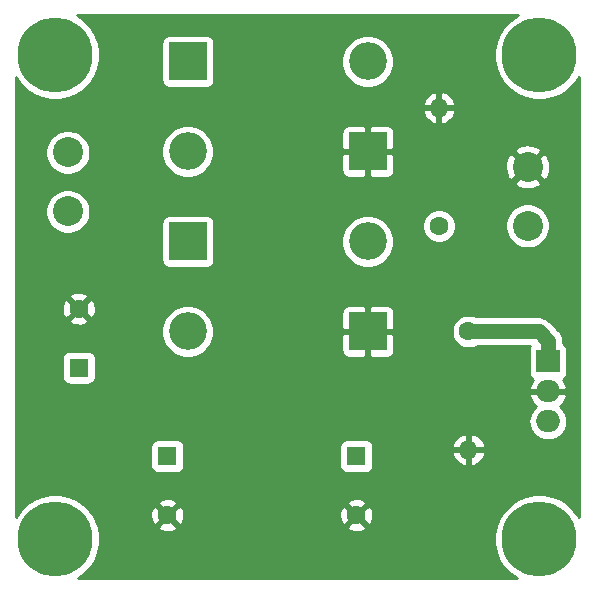
<source format=gbr>
G04 #@! TF.GenerationSoftware,KiCad,Pcbnew,(5.1.5)-3*
G04 #@! TF.CreationDate,2020-10-04T08:20:12-04:00*
G04 #@! TF.ProjectId,MHS-5200A_PwrSupply,4d48532d-3532-4303-9041-5f5077725375,rev?*
G04 #@! TF.SameCoordinates,Original*
G04 #@! TF.FileFunction,Copper,L2,Bot*
G04 #@! TF.FilePolarity,Positive*
%FSLAX46Y46*%
G04 Gerber Fmt 4.6, Leading zero omitted, Abs format (unit mm)*
G04 Created by KiCad (PCBNEW (5.1.5)-3) date 2020-10-04 08:20:12*
%MOMM*%
%LPD*%
G04 APERTURE LIST*
%ADD10R,1.600000X1.600000*%
%ADD11C,1.600000*%
%ADD12O,1.600000X1.600000*%
%ADD13R,3.200000X3.200000*%
%ADD14O,3.200000X3.200000*%
%ADD15C,2.540000*%
%ADD16R,2.000000X1.905000*%
%ADD17O,2.000000X1.905000*%
%ADD18C,6.350000*%
%ADD19C,1.270000*%
%ADD20C,0.254000*%
G04 APERTURE END LIST*
D10*
X6000000Y-30500000D03*
D11*
X6000000Y-25500000D03*
X13500000Y-43000000D03*
D10*
X13500000Y-38000000D03*
D11*
X39000000Y-27440000D03*
D12*
X39000000Y-37440000D03*
D10*
X29500000Y-38000000D03*
D11*
X29500000Y-43000000D03*
D12*
X36500000Y-8500000D03*
D11*
X36500000Y-18500000D03*
D13*
X30480000Y-27440000D03*
D14*
X15240000Y-27440000D03*
X15240000Y-12200000D03*
D13*
X30480000Y-12200000D03*
X15240000Y-19820000D03*
D14*
X30480000Y-19820000D03*
X30480000Y-4580000D03*
D13*
X15240000Y-4580000D03*
D15*
X5080000Y-17280000D03*
X5080000Y-12280000D03*
X44000000Y-18500000D03*
X44000000Y-13500000D03*
D16*
X45720000Y-29980000D03*
D17*
X45720000Y-32520000D03*
X45720000Y-35060000D03*
D18*
X4000000Y-4030000D03*
X45000000Y-4030000D03*
X4000000Y-45030000D03*
X45000000Y-45030000D03*
D19*
X44940000Y-27440000D02*
X39000000Y-27440000D01*
X45720000Y-29980000D02*
X45720000Y-28220000D01*
X45720000Y-28220000D02*
X44940000Y-27440000D01*
D20*
G36*
X42571267Y-1070580D02*
G01*
X42040580Y-1601267D01*
X41623622Y-2225288D01*
X41336416Y-2918664D01*
X41190000Y-3654748D01*
X41190000Y-4405252D01*
X41336416Y-5141336D01*
X41623622Y-5834712D01*
X42040580Y-6458733D01*
X42571267Y-6989420D01*
X43195288Y-7406378D01*
X43888664Y-7693584D01*
X44624748Y-7840000D01*
X45375252Y-7840000D01*
X46111336Y-7693584D01*
X46804712Y-7406378D01*
X47428733Y-6989420D01*
X47959420Y-6458733D01*
X48340001Y-5889154D01*
X48340000Y-43170845D01*
X47959420Y-42601267D01*
X47428733Y-42070580D01*
X46804712Y-41653622D01*
X46111336Y-41366416D01*
X45375252Y-41220000D01*
X44624748Y-41220000D01*
X43888664Y-41366416D01*
X43195288Y-41653622D01*
X42571267Y-42070580D01*
X42040580Y-42601267D01*
X41623622Y-43225288D01*
X41336416Y-43918664D01*
X41190000Y-44654748D01*
X41190000Y-45405252D01*
X41336416Y-46141336D01*
X41623622Y-46834712D01*
X42040580Y-47458733D01*
X42571267Y-47989420D01*
X43095946Y-48340000D01*
X5904054Y-48340000D01*
X6428733Y-47989420D01*
X6959420Y-47458733D01*
X7376378Y-46834712D01*
X7663584Y-46141336D01*
X7810000Y-45405252D01*
X7810000Y-44654748D01*
X7678312Y-43992702D01*
X12686903Y-43992702D01*
X12758486Y-44236671D01*
X13013996Y-44357571D01*
X13288184Y-44426300D01*
X13570512Y-44440217D01*
X13850130Y-44398787D01*
X14116292Y-44303603D01*
X14241514Y-44236671D01*
X14313097Y-43992702D01*
X28686903Y-43992702D01*
X28758486Y-44236671D01*
X29013996Y-44357571D01*
X29288184Y-44426300D01*
X29570512Y-44440217D01*
X29850130Y-44398787D01*
X30116292Y-44303603D01*
X30241514Y-44236671D01*
X30313097Y-43992702D01*
X29500000Y-43179605D01*
X28686903Y-43992702D01*
X14313097Y-43992702D01*
X13500000Y-43179605D01*
X12686903Y-43992702D01*
X7678312Y-43992702D01*
X7663584Y-43918664D01*
X7376378Y-43225288D01*
X7272960Y-43070512D01*
X12059783Y-43070512D01*
X12101213Y-43350130D01*
X12196397Y-43616292D01*
X12263329Y-43741514D01*
X12507298Y-43813097D01*
X13320395Y-43000000D01*
X13679605Y-43000000D01*
X14492702Y-43813097D01*
X14736671Y-43741514D01*
X14857571Y-43486004D01*
X14926300Y-43211816D01*
X14933265Y-43070512D01*
X28059783Y-43070512D01*
X28101213Y-43350130D01*
X28196397Y-43616292D01*
X28263329Y-43741514D01*
X28507298Y-43813097D01*
X29320395Y-43000000D01*
X29679605Y-43000000D01*
X30492702Y-43813097D01*
X30736671Y-43741514D01*
X30857571Y-43486004D01*
X30926300Y-43211816D01*
X30940217Y-42929488D01*
X30898787Y-42649870D01*
X30803603Y-42383708D01*
X30736671Y-42258486D01*
X30492702Y-42186903D01*
X29679605Y-43000000D01*
X29320395Y-43000000D01*
X28507298Y-42186903D01*
X28263329Y-42258486D01*
X28142429Y-42513996D01*
X28073700Y-42788184D01*
X28059783Y-43070512D01*
X14933265Y-43070512D01*
X14940217Y-42929488D01*
X14898787Y-42649870D01*
X14803603Y-42383708D01*
X14736671Y-42258486D01*
X14492702Y-42186903D01*
X13679605Y-43000000D01*
X13320395Y-43000000D01*
X12507298Y-42186903D01*
X12263329Y-42258486D01*
X12142429Y-42513996D01*
X12073700Y-42788184D01*
X12059783Y-43070512D01*
X7272960Y-43070512D01*
X6959420Y-42601267D01*
X6428733Y-42070580D01*
X6334025Y-42007298D01*
X12686903Y-42007298D01*
X13500000Y-42820395D01*
X14313097Y-42007298D01*
X28686903Y-42007298D01*
X29500000Y-42820395D01*
X30313097Y-42007298D01*
X30241514Y-41763329D01*
X29986004Y-41642429D01*
X29711816Y-41573700D01*
X29429488Y-41559783D01*
X29149870Y-41601213D01*
X28883708Y-41696397D01*
X28758486Y-41763329D01*
X28686903Y-42007298D01*
X14313097Y-42007298D01*
X14241514Y-41763329D01*
X13986004Y-41642429D01*
X13711816Y-41573700D01*
X13429488Y-41559783D01*
X13149870Y-41601213D01*
X12883708Y-41696397D01*
X12758486Y-41763329D01*
X12686903Y-42007298D01*
X6334025Y-42007298D01*
X5804712Y-41653622D01*
X5111336Y-41366416D01*
X4375252Y-41220000D01*
X3624748Y-41220000D01*
X2888664Y-41366416D01*
X2195288Y-41653622D01*
X1571267Y-42070580D01*
X1040580Y-42601267D01*
X660000Y-43170845D01*
X660000Y-37200000D01*
X12061928Y-37200000D01*
X12061928Y-38800000D01*
X12074188Y-38924482D01*
X12110498Y-39044180D01*
X12169463Y-39154494D01*
X12248815Y-39251185D01*
X12345506Y-39330537D01*
X12455820Y-39389502D01*
X12575518Y-39425812D01*
X12700000Y-39438072D01*
X14300000Y-39438072D01*
X14424482Y-39425812D01*
X14544180Y-39389502D01*
X14654494Y-39330537D01*
X14751185Y-39251185D01*
X14830537Y-39154494D01*
X14889502Y-39044180D01*
X14925812Y-38924482D01*
X14938072Y-38800000D01*
X14938072Y-37200000D01*
X28061928Y-37200000D01*
X28061928Y-38800000D01*
X28074188Y-38924482D01*
X28110498Y-39044180D01*
X28169463Y-39154494D01*
X28248815Y-39251185D01*
X28345506Y-39330537D01*
X28455820Y-39389502D01*
X28575518Y-39425812D01*
X28700000Y-39438072D01*
X30300000Y-39438072D01*
X30424482Y-39425812D01*
X30544180Y-39389502D01*
X30654494Y-39330537D01*
X30751185Y-39251185D01*
X30830537Y-39154494D01*
X30889502Y-39044180D01*
X30925812Y-38924482D01*
X30938072Y-38800000D01*
X30938072Y-37789040D01*
X37608091Y-37789040D01*
X37702930Y-38053881D01*
X37847615Y-38295131D01*
X38036586Y-38503519D01*
X38262580Y-38671037D01*
X38516913Y-38791246D01*
X38650961Y-38831904D01*
X38873000Y-38709915D01*
X38873000Y-37567000D01*
X39127000Y-37567000D01*
X39127000Y-38709915D01*
X39349039Y-38831904D01*
X39483087Y-38791246D01*
X39737420Y-38671037D01*
X39963414Y-38503519D01*
X40152385Y-38295131D01*
X40297070Y-38053881D01*
X40391909Y-37789040D01*
X40270624Y-37567000D01*
X39127000Y-37567000D01*
X38873000Y-37567000D01*
X37729376Y-37567000D01*
X37608091Y-37789040D01*
X30938072Y-37789040D01*
X30938072Y-37200000D01*
X30927333Y-37090960D01*
X37608091Y-37090960D01*
X37729376Y-37313000D01*
X38873000Y-37313000D01*
X38873000Y-36170085D01*
X39127000Y-36170085D01*
X39127000Y-37313000D01*
X40270624Y-37313000D01*
X40391909Y-37090960D01*
X40297070Y-36826119D01*
X40152385Y-36584869D01*
X39963414Y-36376481D01*
X39737420Y-36208963D01*
X39483087Y-36088754D01*
X39349039Y-36048096D01*
X39127000Y-36170085D01*
X38873000Y-36170085D01*
X38650961Y-36048096D01*
X38516913Y-36088754D01*
X38262580Y-36208963D01*
X38036586Y-36376481D01*
X37847615Y-36584869D01*
X37702930Y-36826119D01*
X37608091Y-37090960D01*
X30927333Y-37090960D01*
X30925812Y-37075518D01*
X30889502Y-36955820D01*
X30830537Y-36845506D01*
X30751185Y-36748815D01*
X30654494Y-36669463D01*
X30544180Y-36610498D01*
X30424482Y-36574188D01*
X30300000Y-36561928D01*
X28700000Y-36561928D01*
X28575518Y-36574188D01*
X28455820Y-36610498D01*
X28345506Y-36669463D01*
X28248815Y-36748815D01*
X28169463Y-36845506D01*
X28110498Y-36955820D01*
X28074188Y-37075518D01*
X28061928Y-37200000D01*
X14938072Y-37200000D01*
X14925812Y-37075518D01*
X14889502Y-36955820D01*
X14830537Y-36845506D01*
X14751185Y-36748815D01*
X14654494Y-36669463D01*
X14544180Y-36610498D01*
X14424482Y-36574188D01*
X14300000Y-36561928D01*
X12700000Y-36561928D01*
X12575518Y-36574188D01*
X12455820Y-36610498D01*
X12345506Y-36669463D01*
X12248815Y-36748815D01*
X12169463Y-36845506D01*
X12110498Y-36955820D01*
X12074188Y-37075518D01*
X12061928Y-37200000D01*
X660000Y-37200000D01*
X660000Y-35060000D01*
X44077319Y-35060000D01*
X44107970Y-35371204D01*
X44198745Y-35670449D01*
X44346155Y-35946235D01*
X44544537Y-36187963D01*
X44786265Y-36386345D01*
X45062051Y-36533755D01*
X45361296Y-36624530D01*
X45594514Y-36647500D01*
X45845486Y-36647500D01*
X46078704Y-36624530D01*
X46377949Y-36533755D01*
X46653735Y-36386345D01*
X46895463Y-36187963D01*
X47093845Y-35946235D01*
X47241255Y-35670449D01*
X47332030Y-35371204D01*
X47362681Y-35060000D01*
X47332030Y-34748796D01*
X47241255Y-34449551D01*
X47093845Y-34173765D01*
X46895463Y-33932037D01*
X46716101Y-33784837D01*
X46901315Y-33629437D01*
X47095969Y-33386923D01*
X47239571Y-33111094D01*
X47310563Y-32892980D01*
X47190594Y-32647000D01*
X45847000Y-32647000D01*
X45847000Y-32667000D01*
X45593000Y-32667000D01*
X45593000Y-32647000D01*
X44249406Y-32647000D01*
X44129437Y-32892980D01*
X44200429Y-33111094D01*
X44344031Y-33386923D01*
X44538685Y-33629437D01*
X44723899Y-33784837D01*
X44544537Y-33932037D01*
X44346155Y-34173765D01*
X44198745Y-34449551D01*
X44107970Y-34748796D01*
X44077319Y-35060000D01*
X660000Y-35060000D01*
X660000Y-29700000D01*
X4561928Y-29700000D01*
X4561928Y-31300000D01*
X4574188Y-31424482D01*
X4610498Y-31544180D01*
X4669463Y-31654494D01*
X4748815Y-31751185D01*
X4845506Y-31830537D01*
X4955820Y-31889502D01*
X5075518Y-31925812D01*
X5200000Y-31938072D01*
X6800000Y-31938072D01*
X6924482Y-31925812D01*
X7044180Y-31889502D01*
X7154494Y-31830537D01*
X7251185Y-31751185D01*
X7330537Y-31654494D01*
X7389502Y-31544180D01*
X7425812Y-31424482D01*
X7438072Y-31300000D01*
X7438072Y-29700000D01*
X7425812Y-29575518D01*
X7389502Y-29455820D01*
X7330537Y-29345506D01*
X7251185Y-29248815D01*
X7154494Y-29169463D01*
X7044180Y-29110498D01*
X6924482Y-29074188D01*
X6800000Y-29061928D01*
X5200000Y-29061928D01*
X5075518Y-29074188D01*
X4955820Y-29110498D01*
X4845506Y-29169463D01*
X4748815Y-29248815D01*
X4669463Y-29345506D01*
X4610498Y-29455820D01*
X4574188Y-29575518D01*
X4561928Y-29700000D01*
X660000Y-29700000D01*
X660000Y-27219872D01*
X13005000Y-27219872D01*
X13005000Y-27660128D01*
X13090890Y-28091925D01*
X13259369Y-28498669D01*
X13503962Y-28864729D01*
X13815271Y-29176038D01*
X14181331Y-29420631D01*
X14588075Y-29589110D01*
X15019872Y-29675000D01*
X15460128Y-29675000D01*
X15891925Y-29589110D01*
X16298669Y-29420631D01*
X16664729Y-29176038D01*
X16800767Y-29040000D01*
X28241928Y-29040000D01*
X28254188Y-29164482D01*
X28290498Y-29284180D01*
X28349463Y-29394494D01*
X28428815Y-29491185D01*
X28525506Y-29570537D01*
X28635820Y-29629502D01*
X28755518Y-29665812D01*
X28880000Y-29678072D01*
X30194250Y-29675000D01*
X30353000Y-29516250D01*
X30353000Y-27567000D01*
X30607000Y-27567000D01*
X30607000Y-29516250D01*
X30765750Y-29675000D01*
X32080000Y-29678072D01*
X32204482Y-29665812D01*
X32324180Y-29629502D01*
X32434494Y-29570537D01*
X32531185Y-29491185D01*
X32610537Y-29394494D01*
X32669502Y-29284180D01*
X32705812Y-29164482D01*
X32718072Y-29040000D01*
X32715000Y-27725750D01*
X32556250Y-27567000D01*
X30607000Y-27567000D01*
X30353000Y-27567000D01*
X28403750Y-27567000D01*
X28245000Y-27725750D01*
X28241928Y-29040000D01*
X16800767Y-29040000D01*
X16976038Y-28864729D01*
X17220631Y-28498669D01*
X17389110Y-28091925D01*
X17475000Y-27660128D01*
X17475000Y-27219872D01*
X17389110Y-26788075D01*
X17220631Y-26381331D01*
X16976038Y-26015271D01*
X16800767Y-25840000D01*
X28241928Y-25840000D01*
X28245000Y-27154250D01*
X28403750Y-27313000D01*
X30353000Y-27313000D01*
X30353000Y-25363750D01*
X30607000Y-25363750D01*
X30607000Y-27313000D01*
X32556250Y-27313000D01*
X32570585Y-27298665D01*
X37565000Y-27298665D01*
X37565000Y-27581335D01*
X37620147Y-27858574D01*
X37728320Y-28119727D01*
X37885363Y-28354759D01*
X38085241Y-28554637D01*
X38320273Y-28711680D01*
X38581426Y-28819853D01*
X38858665Y-28875000D01*
X39141335Y-28875000D01*
X39418574Y-28819853D01*
X39679727Y-28711680D01*
X39682241Y-28710000D01*
X44169689Y-28710000D01*
X44130498Y-28783320D01*
X44094188Y-28903018D01*
X44081928Y-29027500D01*
X44081928Y-30932500D01*
X44094188Y-31056982D01*
X44130498Y-31176680D01*
X44189463Y-31286994D01*
X44268815Y-31383685D01*
X44365506Y-31463037D01*
X44457219Y-31512059D01*
X44344031Y-31653077D01*
X44200429Y-31928906D01*
X44129437Y-32147020D01*
X44249406Y-32393000D01*
X45593000Y-32393000D01*
X45593000Y-32373000D01*
X45847000Y-32373000D01*
X45847000Y-32393000D01*
X47190594Y-32393000D01*
X47310563Y-32147020D01*
X47239571Y-31928906D01*
X47095969Y-31653077D01*
X46982781Y-31512059D01*
X47074494Y-31463037D01*
X47171185Y-31383685D01*
X47250537Y-31286994D01*
X47309502Y-31176680D01*
X47345812Y-31056982D01*
X47358072Y-30932500D01*
X47358072Y-29027500D01*
X47345812Y-28903018D01*
X47309502Y-28783320D01*
X47250537Y-28673006D01*
X47171185Y-28576315D01*
X47074494Y-28496963D01*
X46990000Y-28451799D01*
X46990000Y-28282380D01*
X46996144Y-28220000D01*
X46971623Y-27971037D01*
X46899003Y-27731641D01*
X46876191Y-27688963D01*
X46781075Y-27511012D01*
X46622370Y-27317630D01*
X46573909Y-27277859D01*
X45882141Y-26586091D01*
X45842370Y-26537630D01*
X45648988Y-26378925D01*
X45428359Y-26260997D01*
X45188963Y-26188377D01*
X45002380Y-26170000D01*
X45002373Y-26170000D01*
X44940000Y-26163857D01*
X44877627Y-26170000D01*
X39682241Y-26170000D01*
X39679727Y-26168320D01*
X39418574Y-26060147D01*
X39141335Y-26005000D01*
X38858665Y-26005000D01*
X38581426Y-26060147D01*
X38320273Y-26168320D01*
X38085241Y-26325363D01*
X37885363Y-26525241D01*
X37728320Y-26760273D01*
X37620147Y-27021426D01*
X37565000Y-27298665D01*
X32570585Y-27298665D01*
X32715000Y-27154250D01*
X32718072Y-25840000D01*
X32705812Y-25715518D01*
X32669502Y-25595820D01*
X32610537Y-25485506D01*
X32531185Y-25388815D01*
X32434494Y-25309463D01*
X32324180Y-25250498D01*
X32204482Y-25214188D01*
X32080000Y-25201928D01*
X30765750Y-25205000D01*
X30607000Y-25363750D01*
X30353000Y-25363750D01*
X30194250Y-25205000D01*
X28880000Y-25201928D01*
X28755518Y-25214188D01*
X28635820Y-25250498D01*
X28525506Y-25309463D01*
X28428815Y-25388815D01*
X28349463Y-25485506D01*
X28290498Y-25595820D01*
X28254188Y-25715518D01*
X28241928Y-25840000D01*
X16800767Y-25840000D01*
X16664729Y-25703962D01*
X16298669Y-25459369D01*
X15891925Y-25290890D01*
X15460128Y-25205000D01*
X15019872Y-25205000D01*
X14588075Y-25290890D01*
X14181331Y-25459369D01*
X13815271Y-25703962D01*
X13503962Y-26015271D01*
X13259369Y-26381331D01*
X13090890Y-26788075D01*
X13005000Y-27219872D01*
X660000Y-27219872D01*
X660000Y-26492702D01*
X5186903Y-26492702D01*
X5258486Y-26736671D01*
X5513996Y-26857571D01*
X5788184Y-26926300D01*
X6070512Y-26940217D01*
X6350130Y-26898787D01*
X6616292Y-26803603D01*
X6741514Y-26736671D01*
X6813097Y-26492702D01*
X6000000Y-25679605D01*
X5186903Y-26492702D01*
X660000Y-26492702D01*
X660000Y-25570512D01*
X4559783Y-25570512D01*
X4601213Y-25850130D01*
X4696397Y-26116292D01*
X4763329Y-26241514D01*
X5007298Y-26313097D01*
X5820395Y-25500000D01*
X6179605Y-25500000D01*
X6992702Y-26313097D01*
X7236671Y-26241514D01*
X7357571Y-25986004D01*
X7426300Y-25711816D01*
X7440217Y-25429488D01*
X7398787Y-25149870D01*
X7303603Y-24883708D01*
X7236671Y-24758486D01*
X6992702Y-24686903D01*
X6179605Y-25500000D01*
X5820395Y-25500000D01*
X5007298Y-24686903D01*
X4763329Y-24758486D01*
X4642429Y-25013996D01*
X4573700Y-25288184D01*
X4559783Y-25570512D01*
X660000Y-25570512D01*
X660000Y-24507298D01*
X5186903Y-24507298D01*
X6000000Y-25320395D01*
X6813097Y-24507298D01*
X6741514Y-24263329D01*
X6486004Y-24142429D01*
X6211816Y-24073700D01*
X5929488Y-24059783D01*
X5649870Y-24101213D01*
X5383708Y-24196397D01*
X5258486Y-24263329D01*
X5186903Y-24507298D01*
X660000Y-24507298D01*
X660000Y-17092374D01*
X3175000Y-17092374D01*
X3175000Y-17467626D01*
X3248209Y-17835668D01*
X3391811Y-18182356D01*
X3600290Y-18494366D01*
X3865634Y-18759710D01*
X4177644Y-18968189D01*
X4524332Y-19111791D01*
X4892374Y-19185000D01*
X5267626Y-19185000D01*
X5635668Y-19111791D01*
X5982356Y-18968189D01*
X6294366Y-18759710D01*
X6559710Y-18494366D01*
X6743036Y-18220000D01*
X13001928Y-18220000D01*
X13001928Y-21420000D01*
X13014188Y-21544482D01*
X13050498Y-21664180D01*
X13109463Y-21774494D01*
X13188815Y-21871185D01*
X13285506Y-21950537D01*
X13395820Y-22009502D01*
X13515518Y-22045812D01*
X13640000Y-22058072D01*
X16840000Y-22058072D01*
X16964482Y-22045812D01*
X17084180Y-22009502D01*
X17194494Y-21950537D01*
X17291185Y-21871185D01*
X17370537Y-21774494D01*
X17429502Y-21664180D01*
X17465812Y-21544482D01*
X17478072Y-21420000D01*
X17478072Y-19599872D01*
X28245000Y-19599872D01*
X28245000Y-20040128D01*
X28330890Y-20471925D01*
X28499369Y-20878669D01*
X28743962Y-21244729D01*
X29055271Y-21556038D01*
X29421331Y-21800631D01*
X29828075Y-21969110D01*
X30259872Y-22055000D01*
X30700128Y-22055000D01*
X31131925Y-21969110D01*
X31538669Y-21800631D01*
X31904729Y-21556038D01*
X32216038Y-21244729D01*
X32460631Y-20878669D01*
X32629110Y-20471925D01*
X32715000Y-20040128D01*
X32715000Y-19599872D01*
X32629110Y-19168075D01*
X32460631Y-18761331D01*
X32216038Y-18395271D01*
X32179432Y-18358665D01*
X35065000Y-18358665D01*
X35065000Y-18641335D01*
X35120147Y-18918574D01*
X35228320Y-19179727D01*
X35385363Y-19414759D01*
X35585241Y-19614637D01*
X35820273Y-19771680D01*
X36081426Y-19879853D01*
X36358665Y-19935000D01*
X36641335Y-19935000D01*
X36918574Y-19879853D01*
X37179727Y-19771680D01*
X37414759Y-19614637D01*
X37614637Y-19414759D01*
X37771680Y-19179727D01*
X37879853Y-18918574D01*
X37935000Y-18641335D01*
X37935000Y-18358665D01*
X37925793Y-18312374D01*
X42095000Y-18312374D01*
X42095000Y-18687626D01*
X42168209Y-19055668D01*
X42311811Y-19402356D01*
X42520290Y-19714366D01*
X42785634Y-19979710D01*
X43097644Y-20188189D01*
X43444332Y-20331791D01*
X43812374Y-20405000D01*
X44187626Y-20405000D01*
X44555668Y-20331791D01*
X44902356Y-20188189D01*
X45214366Y-19979710D01*
X45479710Y-19714366D01*
X45688189Y-19402356D01*
X45831791Y-19055668D01*
X45905000Y-18687626D01*
X45905000Y-18312374D01*
X45831791Y-17944332D01*
X45688189Y-17597644D01*
X45479710Y-17285634D01*
X45214366Y-17020290D01*
X44902356Y-16811811D01*
X44555668Y-16668209D01*
X44187626Y-16595000D01*
X43812374Y-16595000D01*
X43444332Y-16668209D01*
X43097644Y-16811811D01*
X42785634Y-17020290D01*
X42520290Y-17285634D01*
X42311811Y-17597644D01*
X42168209Y-17944332D01*
X42095000Y-18312374D01*
X37925793Y-18312374D01*
X37879853Y-18081426D01*
X37771680Y-17820273D01*
X37614637Y-17585241D01*
X37414759Y-17385363D01*
X37179727Y-17228320D01*
X36918574Y-17120147D01*
X36641335Y-17065000D01*
X36358665Y-17065000D01*
X36081426Y-17120147D01*
X35820273Y-17228320D01*
X35585241Y-17385363D01*
X35385363Y-17585241D01*
X35228320Y-17820273D01*
X35120147Y-18081426D01*
X35065000Y-18358665D01*
X32179432Y-18358665D01*
X31904729Y-18083962D01*
X31538669Y-17839369D01*
X31131925Y-17670890D01*
X30700128Y-17585000D01*
X30259872Y-17585000D01*
X29828075Y-17670890D01*
X29421331Y-17839369D01*
X29055271Y-18083962D01*
X28743962Y-18395271D01*
X28499369Y-18761331D01*
X28330890Y-19168075D01*
X28245000Y-19599872D01*
X17478072Y-19599872D01*
X17478072Y-18220000D01*
X17465812Y-18095518D01*
X17429502Y-17975820D01*
X17370537Y-17865506D01*
X17291185Y-17768815D01*
X17194494Y-17689463D01*
X17084180Y-17630498D01*
X16964482Y-17594188D01*
X16840000Y-17581928D01*
X13640000Y-17581928D01*
X13515518Y-17594188D01*
X13395820Y-17630498D01*
X13285506Y-17689463D01*
X13188815Y-17768815D01*
X13109463Y-17865506D01*
X13050498Y-17975820D01*
X13014188Y-18095518D01*
X13001928Y-18220000D01*
X6743036Y-18220000D01*
X6768189Y-18182356D01*
X6911791Y-17835668D01*
X6985000Y-17467626D01*
X6985000Y-17092374D01*
X6911791Y-16724332D01*
X6768189Y-16377644D01*
X6559710Y-16065634D01*
X6294366Y-15800290D01*
X5982356Y-15591811D01*
X5635668Y-15448209D01*
X5267626Y-15375000D01*
X4892374Y-15375000D01*
X4524332Y-15448209D01*
X4177644Y-15591811D01*
X3865634Y-15800290D01*
X3600290Y-16065634D01*
X3391811Y-16377644D01*
X3248209Y-16724332D01*
X3175000Y-17092374D01*
X660000Y-17092374D01*
X660000Y-14827852D01*
X42851753Y-14827852D01*
X42980076Y-15119871D01*
X43315695Y-15287723D01*
X43677611Y-15386874D01*
X44051916Y-15413514D01*
X44424227Y-15366618D01*
X44780235Y-15247988D01*
X45019924Y-15119871D01*
X45148247Y-14827852D01*
X44000000Y-13679605D01*
X42851753Y-14827852D01*
X660000Y-14827852D01*
X660000Y-12092374D01*
X3175000Y-12092374D01*
X3175000Y-12467626D01*
X3248209Y-12835668D01*
X3391811Y-13182356D01*
X3600290Y-13494366D01*
X3865634Y-13759710D01*
X4177644Y-13968189D01*
X4524332Y-14111791D01*
X4892374Y-14185000D01*
X5267626Y-14185000D01*
X5635668Y-14111791D01*
X5982356Y-13968189D01*
X6294366Y-13759710D01*
X6559710Y-13494366D01*
X6768189Y-13182356D01*
X6911791Y-12835668D01*
X6985000Y-12467626D01*
X6985000Y-12092374D01*
X6962622Y-11979872D01*
X13005000Y-11979872D01*
X13005000Y-12420128D01*
X13090890Y-12851925D01*
X13259369Y-13258669D01*
X13503962Y-13624729D01*
X13815271Y-13936038D01*
X14181331Y-14180631D01*
X14588075Y-14349110D01*
X15019872Y-14435000D01*
X15460128Y-14435000D01*
X15891925Y-14349110D01*
X16298669Y-14180631D01*
X16664729Y-13936038D01*
X16800767Y-13800000D01*
X28241928Y-13800000D01*
X28254188Y-13924482D01*
X28290498Y-14044180D01*
X28349463Y-14154494D01*
X28428815Y-14251185D01*
X28525506Y-14330537D01*
X28635820Y-14389502D01*
X28755518Y-14425812D01*
X28880000Y-14438072D01*
X30194250Y-14435000D01*
X30353000Y-14276250D01*
X30353000Y-12327000D01*
X30607000Y-12327000D01*
X30607000Y-14276250D01*
X30765750Y-14435000D01*
X32080000Y-14438072D01*
X32204482Y-14425812D01*
X32324180Y-14389502D01*
X32434494Y-14330537D01*
X32531185Y-14251185D01*
X32610537Y-14154494D01*
X32669502Y-14044180D01*
X32705812Y-13924482D01*
X32718072Y-13800000D01*
X32717493Y-13551916D01*
X42086486Y-13551916D01*
X42133382Y-13924227D01*
X42252012Y-14280235D01*
X42380129Y-14519924D01*
X42672148Y-14648247D01*
X43820395Y-13500000D01*
X44179605Y-13500000D01*
X45327852Y-14648247D01*
X45619871Y-14519924D01*
X45787723Y-14184305D01*
X45886874Y-13822389D01*
X45913514Y-13448084D01*
X45866618Y-13075773D01*
X45747988Y-12719765D01*
X45619871Y-12480076D01*
X45327852Y-12351753D01*
X44179605Y-13500000D01*
X43820395Y-13500000D01*
X42672148Y-12351753D01*
X42380129Y-12480076D01*
X42212277Y-12815695D01*
X42113126Y-13177611D01*
X42086486Y-13551916D01*
X32717493Y-13551916D01*
X32715000Y-12485750D01*
X32556250Y-12327000D01*
X30607000Y-12327000D01*
X30353000Y-12327000D01*
X28403750Y-12327000D01*
X28245000Y-12485750D01*
X28241928Y-13800000D01*
X16800767Y-13800000D01*
X16976038Y-13624729D01*
X17220631Y-13258669D01*
X17389110Y-12851925D01*
X17475000Y-12420128D01*
X17475000Y-12172148D01*
X42851753Y-12172148D01*
X44000000Y-13320395D01*
X45148247Y-12172148D01*
X45019924Y-11880129D01*
X44684305Y-11712277D01*
X44322389Y-11613126D01*
X43948084Y-11586486D01*
X43575773Y-11633382D01*
X43219765Y-11752012D01*
X42980076Y-11880129D01*
X42851753Y-12172148D01*
X17475000Y-12172148D01*
X17475000Y-11979872D01*
X17389110Y-11548075D01*
X17220631Y-11141331D01*
X16976038Y-10775271D01*
X16800767Y-10600000D01*
X28241928Y-10600000D01*
X28245000Y-11914250D01*
X28403750Y-12073000D01*
X30353000Y-12073000D01*
X30353000Y-10123750D01*
X30607000Y-10123750D01*
X30607000Y-12073000D01*
X32556250Y-12073000D01*
X32715000Y-11914250D01*
X32718072Y-10600000D01*
X32705812Y-10475518D01*
X32669502Y-10355820D01*
X32610537Y-10245506D01*
X32531185Y-10148815D01*
X32434494Y-10069463D01*
X32324180Y-10010498D01*
X32204482Y-9974188D01*
X32080000Y-9961928D01*
X30765750Y-9965000D01*
X30607000Y-10123750D01*
X30353000Y-10123750D01*
X30194250Y-9965000D01*
X28880000Y-9961928D01*
X28755518Y-9974188D01*
X28635820Y-10010498D01*
X28525506Y-10069463D01*
X28428815Y-10148815D01*
X28349463Y-10245506D01*
X28290498Y-10355820D01*
X28254188Y-10475518D01*
X28241928Y-10600000D01*
X16800767Y-10600000D01*
X16664729Y-10463962D01*
X16298669Y-10219369D01*
X15891925Y-10050890D01*
X15460128Y-9965000D01*
X15019872Y-9965000D01*
X14588075Y-10050890D01*
X14181331Y-10219369D01*
X13815271Y-10463962D01*
X13503962Y-10775271D01*
X13259369Y-11141331D01*
X13090890Y-11548075D01*
X13005000Y-11979872D01*
X6962622Y-11979872D01*
X6911791Y-11724332D01*
X6768189Y-11377644D01*
X6559710Y-11065634D01*
X6294366Y-10800290D01*
X5982356Y-10591811D01*
X5635668Y-10448209D01*
X5267626Y-10375000D01*
X4892374Y-10375000D01*
X4524332Y-10448209D01*
X4177644Y-10591811D01*
X3865634Y-10800290D01*
X3600290Y-11065634D01*
X3391811Y-11377644D01*
X3248209Y-11724332D01*
X3175000Y-12092374D01*
X660000Y-12092374D01*
X660000Y-8849040D01*
X35108091Y-8849040D01*
X35202930Y-9113881D01*
X35347615Y-9355131D01*
X35536586Y-9563519D01*
X35762580Y-9731037D01*
X36016913Y-9851246D01*
X36150961Y-9891904D01*
X36373000Y-9769915D01*
X36373000Y-8627000D01*
X36627000Y-8627000D01*
X36627000Y-9769915D01*
X36849039Y-9891904D01*
X36983087Y-9851246D01*
X37237420Y-9731037D01*
X37463414Y-9563519D01*
X37652385Y-9355131D01*
X37797070Y-9113881D01*
X37891909Y-8849040D01*
X37770624Y-8627000D01*
X36627000Y-8627000D01*
X36373000Y-8627000D01*
X35229376Y-8627000D01*
X35108091Y-8849040D01*
X660000Y-8849040D01*
X660000Y-8150960D01*
X35108091Y-8150960D01*
X35229376Y-8373000D01*
X36373000Y-8373000D01*
X36373000Y-7230085D01*
X36627000Y-7230085D01*
X36627000Y-8373000D01*
X37770624Y-8373000D01*
X37891909Y-8150960D01*
X37797070Y-7886119D01*
X37652385Y-7644869D01*
X37463414Y-7436481D01*
X37237420Y-7268963D01*
X36983087Y-7148754D01*
X36849039Y-7108096D01*
X36627000Y-7230085D01*
X36373000Y-7230085D01*
X36150961Y-7108096D01*
X36016913Y-7148754D01*
X35762580Y-7268963D01*
X35536586Y-7436481D01*
X35347615Y-7644869D01*
X35202930Y-7886119D01*
X35108091Y-8150960D01*
X660000Y-8150960D01*
X660000Y-5889155D01*
X1040580Y-6458733D01*
X1571267Y-6989420D01*
X2195288Y-7406378D01*
X2888664Y-7693584D01*
X3624748Y-7840000D01*
X4375252Y-7840000D01*
X5111336Y-7693584D01*
X5804712Y-7406378D01*
X6428733Y-6989420D01*
X6959420Y-6458733D01*
X7376378Y-5834712D01*
X7663584Y-5141336D01*
X7810000Y-4405252D01*
X7810000Y-3654748D01*
X7675785Y-2980000D01*
X13001928Y-2980000D01*
X13001928Y-6180000D01*
X13014188Y-6304482D01*
X13050498Y-6424180D01*
X13109463Y-6534494D01*
X13188815Y-6631185D01*
X13285506Y-6710537D01*
X13395820Y-6769502D01*
X13515518Y-6805812D01*
X13640000Y-6818072D01*
X16840000Y-6818072D01*
X16964482Y-6805812D01*
X17084180Y-6769502D01*
X17194494Y-6710537D01*
X17291185Y-6631185D01*
X17370537Y-6534494D01*
X17429502Y-6424180D01*
X17465812Y-6304482D01*
X17478072Y-6180000D01*
X17478072Y-4359872D01*
X28245000Y-4359872D01*
X28245000Y-4800128D01*
X28330890Y-5231925D01*
X28499369Y-5638669D01*
X28743962Y-6004729D01*
X29055271Y-6316038D01*
X29421331Y-6560631D01*
X29828075Y-6729110D01*
X30259872Y-6815000D01*
X30700128Y-6815000D01*
X31131925Y-6729110D01*
X31538669Y-6560631D01*
X31904729Y-6316038D01*
X32216038Y-6004729D01*
X32460631Y-5638669D01*
X32629110Y-5231925D01*
X32715000Y-4800128D01*
X32715000Y-4359872D01*
X32629110Y-3928075D01*
X32460631Y-3521331D01*
X32216038Y-3155271D01*
X31904729Y-2843962D01*
X31538669Y-2599369D01*
X31131925Y-2430890D01*
X30700128Y-2345000D01*
X30259872Y-2345000D01*
X29828075Y-2430890D01*
X29421331Y-2599369D01*
X29055271Y-2843962D01*
X28743962Y-3155271D01*
X28499369Y-3521331D01*
X28330890Y-3928075D01*
X28245000Y-4359872D01*
X17478072Y-4359872D01*
X17478072Y-2980000D01*
X17465812Y-2855518D01*
X17429502Y-2735820D01*
X17370537Y-2625506D01*
X17291185Y-2528815D01*
X17194494Y-2449463D01*
X17084180Y-2390498D01*
X16964482Y-2354188D01*
X16840000Y-2341928D01*
X13640000Y-2341928D01*
X13515518Y-2354188D01*
X13395820Y-2390498D01*
X13285506Y-2449463D01*
X13188815Y-2528815D01*
X13109463Y-2625506D01*
X13050498Y-2735820D01*
X13014188Y-2855518D01*
X13001928Y-2980000D01*
X7675785Y-2980000D01*
X7663584Y-2918664D01*
X7376378Y-2225288D01*
X6959420Y-1601267D01*
X6428733Y-1070580D01*
X5814257Y-660000D01*
X43185743Y-660000D01*
X42571267Y-1070580D01*
G37*
X42571267Y-1070580D02*
X42040580Y-1601267D01*
X41623622Y-2225288D01*
X41336416Y-2918664D01*
X41190000Y-3654748D01*
X41190000Y-4405252D01*
X41336416Y-5141336D01*
X41623622Y-5834712D01*
X42040580Y-6458733D01*
X42571267Y-6989420D01*
X43195288Y-7406378D01*
X43888664Y-7693584D01*
X44624748Y-7840000D01*
X45375252Y-7840000D01*
X46111336Y-7693584D01*
X46804712Y-7406378D01*
X47428733Y-6989420D01*
X47959420Y-6458733D01*
X48340001Y-5889154D01*
X48340000Y-43170845D01*
X47959420Y-42601267D01*
X47428733Y-42070580D01*
X46804712Y-41653622D01*
X46111336Y-41366416D01*
X45375252Y-41220000D01*
X44624748Y-41220000D01*
X43888664Y-41366416D01*
X43195288Y-41653622D01*
X42571267Y-42070580D01*
X42040580Y-42601267D01*
X41623622Y-43225288D01*
X41336416Y-43918664D01*
X41190000Y-44654748D01*
X41190000Y-45405252D01*
X41336416Y-46141336D01*
X41623622Y-46834712D01*
X42040580Y-47458733D01*
X42571267Y-47989420D01*
X43095946Y-48340000D01*
X5904054Y-48340000D01*
X6428733Y-47989420D01*
X6959420Y-47458733D01*
X7376378Y-46834712D01*
X7663584Y-46141336D01*
X7810000Y-45405252D01*
X7810000Y-44654748D01*
X7678312Y-43992702D01*
X12686903Y-43992702D01*
X12758486Y-44236671D01*
X13013996Y-44357571D01*
X13288184Y-44426300D01*
X13570512Y-44440217D01*
X13850130Y-44398787D01*
X14116292Y-44303603D01*
X14241514Y-44236671D01*
X14313097Y-43992702D01*
X28686903Y-43992702D01*
X28758486Y-44236671D01*
X29013996Y-44357571D01*
X29288184Y-44426300D01*
X29570512Y-44440217D01*
X29850130Y-44398787D01*
X30116292Y-44303603D01*
X30241514Y-44236671D01*
X30313097Y-43992702D01*
X29500000Y-43179605D01*
X28686903Y-43992702D01*
X14313097Y-43992702D01*
X13500000Y-43179605D01*
X12686903Y-43992702D01*
X7678312Y-43992702D01*
X7663584Y-43918664D01*
X7376378Y-43225288D01*
X7272960Y-43070512D01*
X12059783Y-43070512D01*
X12101213Y-43350130D01*
X12196397Y-43616292D01*
X12263329Y-43741514D01*
X12507298Y-43813097D01*
X13320395Y-43000000D01*
X13679605Y-43000000D01*
X14492702Y-43813097D01*
X14736671Y-43741514D01*
X14857571Y-43486004D01*
X14926300Y-43211816D01*
X14933265Y-43070512D01*
X28059783Y-43070512D01*
X28101213Y-43350130D01*
X28196397Y-43616292D01*
X28263329Y-43741514D01*
X28507298Y-43813097D01*
X29320395Y-43000000D01*
X29679605Y-43000000D01*
X30492702Y-43813097D01*
X30736671Y-43741514D01*
X30857571Y-43486004D01*
X30926300Y-43211816D01*
X30940217Y-42929488D01*
X30898787Y-42649870D01*
X30803603Y-42383708D01*
X30736671Y-42258486D01*
X30492702Y-42186903D01*
X29679605Y-43000000D01*
X29320395Y-43000000D01*
X28507298Y-42186903D01*
X28263329Y-42258486D01*
X28142429Y-42513996D01*
X28073700Y-42788184D01*
X28059783Y-43070512D01*
X14933265Y-43070512D01*
X14940217Y-42929488D01*
X14898787Y-42649870D01*
X14803603Y-42383708D01*
X14736671Y-42258486D01*
X14492702Y-42186903D01*
X13679605Y-43000000D01*
X13320395Y-43000000D01*
X12507298Y-42186903D01*
X12263329Y-42258486D01*
X12142429Y-42513996D01*
X12073700Y-42788184D01*
X12059783Y-43070512D01*
X7272960Y-43070512D01*
X6959420Y-42601267D01*
X6428733Y-42070580D01*
X6334025Y-42007298D01*
X12686903Y-42007298D01*
X13500000Y-42820395D01*
X14313097Y-42007298D01*
X28686903Y-42007298D01*
X29500000Y-42820395D01*
X30313097Y-42007298D01*
X30241514Y-41763329D01*
X29986004Y-41642429D01*
X29711816Y-41573700D01*
X29429488Y-41559783D01*
X29149870Y-41601213D01*
X28883708Y-41696397D01*
X28758486Y-41763329D01*
X28686903Y-42007298D01*
X14313097Y-42007298D01*
X14241514Y-41763329D01*
X13986004Y-41642429D01*
X13711816Y-41573700D01*
X13429488Y-41559783D01*
X13149870Y-41601213D01*
X12883708Y-41696397D01*
X12758486Y-41763329D01*
X12686903Y-42007298D01*
X6334025Y-42007298D01*
X5804712Y-41653622D01*
X5111336Y-41366416D01*
X4375252Y-41220000D01*
X3624748Y-41220000D01*
X2888664Y-41366416D01*
X2195288Y-41653622D01*
X1571267Y-42070580D01*
X1040580Y-42601267D01*
X660000Y-43170845D01*
X660000Y-37200000D01*
X12061928Y-37200000D01*
X12061928Y-38800000D01*
X12074188Y-38924482D01*
X12110498Y-39044180D01*
X12169463Y-39154494D01*
X12248815Y-39251185D01*
X12345506Y-39330537D01*
X12455820Y-39389502D01*
X12575518Y-39425812D01*
X12700000Y-39438072D01*
X14300000Y-39438072D01*
X14424482Y-39425812D01*
X14544180Y-39389502D01*
X14654494Y-39330537D01*
X14751185Y-39251185D01*
X14830537Y-39154494D01*
X14889502Y-39044180D01*
X14925812Y-38924482D01*
X14938072Y-38800000D01*
X14938072Y-37200000D01*
X28061928Y-37200000D01*
X28061928Y-38800000D01*
X28074188Y-38924482D01*
X28110498Y-39044180D01*
X28169463Y-39154494D01*
X28248815Y-39251185D01*
X28345506Y-39330537D01*
X28455820Y-39389502D01*
X28575518Y-39425812D01*
X28700000Y-39438072D01*
X30300000Y-39438072D01*
X30424482Y-39425812D01*
X30544180Y-39389502D01*
X30654494Y-39330537D01*
X30751185Y-39251185D01*
X30830537Y-39154494D01*
X30889502Y-39044180D01*
X30925812Y-38924482D01*
X30938072Y-38800000D01*
X30938072Y-37789040D01*
X37608091Y-37789040D01*
X37702930Y-38053881D01*
X37847615Y-38295131D01*
X38036586Y-38503519D01*
X38262580Y-38671037D01*
X38516913Y-38791246D01*
X38650961Y-38831904D01*
X38873000Y-38709915D01*
X38873000Y-37567000D01*
X39127000Y-37567000D01*
X39127000Y-38709915D01*
X39349039Y-38831904D01*
X39483087Y-38791246D01*
X39737420Y-38671037D01*
X39963414Y-38503519D01*
X40152385Y-38295131D01*
X40297070Y-38053881D01*
X40391909Y-37789040D01*
X40270624Y-37567000D01*
X39127000Y-37567000D01*
X38873000Y-37567000D01*
X37729376Y-37567000D01*
X37608091Y-37789040D01*
X30938072Y-37789040D01*
X30938072Y-37200000D01*
X30927333Y-37090960D01*
X37608091Y-37090960D01*
X37729376Y-37313000D01*
X38873000Y-37313000D01*
X38873000Y-36170085D01*
X39127000Y-36170085D01*
X39127000Y-37313000D01*
X40270624Y-37313000D01*
X40391909Y-37090960D01*
X40297070Y-36826119D01*
X40152385Y-36584869D01*
X39963414Y-36376481D01*
X39737420Y-36208963D01*
X39483087Y-36088754D01*
X39349039Y-36048096D01*
X39127000Y-36170085D01*
X38873000Y-36170085D01*
X38650961Y-36048096D01*
X38516913Y-36088754D01*
X38262580Y-36208963D01*
X38036586Y-36376481D01*
X37847615Y-36584869D01*
X37702930Y-36826119D01*
X37608091Y-37090960D01*
X30927333Y-37090960D01*
X30925812Y-37075518D01*
X30889502Y-36955820D01*
X30830537Y-36845506D01*
X30751185Y-36748815D01*
X30654494Y-36669463D01*
X30544180Y-36610498D01*
X30424482Y-36574188D01*
X30300000Y-36561928D01*
X28700000Y-36561928D01*
X28575518Y-36574188D01*
X28455820Y-36610498D01*
X28345506Y-36669463D01*
X28248815Y-36748815D01*
X28169463Y-36845506D01*
X28110498Y-36955820D01*
X28074188Y-37075518D01*
X28061928Y-37200000D01*
X14938072Y-37200000D01*
X14925812Y-37075518D01*
X14889502Y-36955820D01*
X14830537Y-36845506D01*
X14751185Y-36748815D01*
X14654494Y-36669463D01*
X14544180Y-36610498D01*
X14424482Y-36574188D01*
X14300000Y-36561928D01*
X12700000Y-36561928D01*
X12575518Y-36574188D01*
X12455820Y-36610498D01*
X12345506Y-36669463D01*
X12248815Y-36748815D01*
X12169463Y-36845506D01*
X12110498Y-36955820D01*
X12074188Y-37075518D01*
X12061928Y-37200000D01*
X660000Y-37200000D01*
X660000Y-35060000D01*
X44077319Y-35060000D01*
X44107970Y-35371204D01*
X44198745Y-35670449D01*
X44346155Y-35946235D01*
X44544537Y-36187963D01*
X44786265Y-36386345D01*
X45062051Y-36533755D01*
X45361296Y-36624530D01*
X45594514Y-36647500D01*
X45845486Y-36647500D01*
X46078704Y-36624530D01*
X46377949Y-36533755D01*
X46653735Y-36386345D01*
X46895463Y-36187963D01*
X47093845Y-35946235D01*
X47241255Y-35670449D01*
X47332030Y-35371204D01*
X47362681Y-35060000D01*
X47332030Y-34748796D01*
X47241255Y-34449551D01*
X47093845Y-34173765D01*
X46895463Y-33932037D01*
X46716101Y-33784837D01*
X46901315Y-33629437D01*
X47095969Y-33386923D01*
X47239571Y-33111094D01*
X47310563Y-32892980D01*
X47190594Y-32647000D01*
X45847000Y-32647000D01*
X45847000Y-32667000D01*
X45593000Y-32667000D01*
X45593000Y-32647000D01*
X44249406Y-32647000D01*
X44129437Y-32892980D01*
X44200429Y-33111094D01*
X44344031Y-33386923D01*
X44538685Y-33629437D01*
X44723899Y-33784837D01*
X44544537Y-33932037D01*
X44346155Y-34173765D01*
X44198745Y-34449551D01*
X44107970Y-34748796D01*
X44077319Y-35060000D01*
X660000Y-35060000D01*
X660000Y-29700000D01*
X4561928Y-29700000D01*
X4561928Y-31300000D01*
X4574188Y-31424482D01*
X4610498Y-31544180D01*
X4669463Y-31654494D01*
X4748815Y-31751185D01*
X4845506Y-31830537D01*
X4955820Y-31889502D01*
X5075518Y-31925812D01*
X5200000Y-31938072D01*
X6800000Y-31938072D01*
X6924482Y-31925812D01*
X7044180Y-31889502D01*
X7154494Y-31830537D01*
X7251185Y-31751185D01*
X7330537Y-31654494D01*
X7389502Y-31544180D01*
X7425812Y-31424482D01*
X7438072Y-31300000D01*
X7438072Y-29700000D01*
X7425812Y-29575518D01*
X7389502Y-29455820D01*
X7330537Y-29345506D01*
X7251185Y-29248815D01*
X7154494Y-29169463D01*
X7044180Y-29110498D01*
X6924482Y-29074188D01*
X6800000Y-29061928D01*
X5200000Y-29061928D01*
X5075518Y-29074188D01*
X4955820Y-29110498D01*
X4845506Y-29169463D01*
X4748815Y-29248815D01*
X4669463Y-29345506D01*
X4610498Y-29455820D01*
X4574188Y-29575518D01*
X4561928Y-29700000D01*
X660000Y-29700000D01*
X660000Y-27219872D01*
X13005000Y-27219872D01*
X13005000Y-27660128D01*
X13090890Y-28091925D01*
X13259369Y-28498669D01*
X13503962Y-28864729D01*
X13815271Y-29176038D01*
X14181331Y-29420631D01*
X14588075Y-29589110D01*
X15019872Y-29675000D01*
X15460128Y-29675000D01*
X15891925Y-29589110D01*
X16298669Y-29420631D01*
X16664729Y-29176038D01*
X16800767Y-29040000D01*
X28241928Y-29040000D01*
X28254188Y-29164482D01*
X28290498Y-29284180D01*
X28349463Y-29394494D01*
X28428815Y-29491185D01*
X28525506Y-29570537D01*
X28635820Y-29629502D01*
X28755518Y-29665812D01*
X28880000Y-29678072D01*
X30194250Y-29675000D01*
X30353000Y-29516250D01*
X30353000Y-27567000D01*
X30607000Y-27567000D01*
X30607000Y-29516250D01*
X30765750Y-29675000D01*
X32080000Y-29678072D01*
X32204482Y-29665812D01*
X32324180Y-29629502D01*
X32434494Y-29570537D01*
X32531185Y-29491185D01*
X32610537Y-29394494D01*
X32669502Y-29284180D01*
X32705812Y-29164482D01*
X32718072Y-29040000D01*
X32715000Y-27725750D01*
X32556250Y-27567000D01*
X30607000Y-27567000D01*
X30353000Y-27567000D01*
X28403750Y-27567000D01*
X28245000Y-27725750D01*
X28241928Y-29040000D01*
X16800767Y-29040000D01*
X16976038Y-28864729D01*
X17220631Y-28498669D01*
X17389110Y-28091925D01*
X17475000Y-27660128D01*
X17475000Y-27219872D01*
X17389110Y-26788075D01*
X17220631Y-26381331D01*
X16976038Y-26015271D01*
X16800767Y-25840000D01*
X28241928Y-25840000D01*
X28245000Y-27154250D01*
X28403750Y-27313000D01*
X30353000Y-27313000D01*
X30353000Y-25363750D01*
X30607000Y-25363750D01*
X30607000Y-27313000D01*
X32556250Y-27313000D01*
X32570585Y-27298665D01*
X37565000Y-27298665D01*
X37565000Y-27581335D01*
X37620147Y-27858574D01*
X37728320Y-28119727D01*
X37885363Y-28354759D01*
X38085241Y-28554637D01*
X38320273Y-28711680D01*
X38581426Y-28819853D01*
X38858665Y-28875000D01*
X39141335Y-28875000D01*
X39418574Y-28819853D01*
X39679727Y-28711680D01*
X39682241Y-28710000D01*
X44169689Y-28710000D01*
X44130498Y-28783320D01*
X44094188Y-28903018D01*
X44081928Y-29027500D01*
X44081928Y-30932500D01*
X44094188Y-31056982D01*
X44130498Y-31176680D01*
X44189463Y-31286994D01*
X44268815Y-31383685D01*
X44365506Y-31463037D01*
X44457219Y-31512059D01*
X44344031Y-31653077D01*
X44200429Y-31928906D01*
X44129437Y-32147020D01*
X44249406Y-32393000D01*
X45593000Y-32393000D01*
X45593000Y-32373000D01*
X45847000Y-32373000D01*
X45847000Y-32393000D01*
X47190594Y-32393000D01*
X47310563Y-32147020D01*
X47239571Y-31928906D01*
X47095969Y-31653077D01*
X46982781Y-31512059D01*
X47074494Y-31463037D01*
X47171185Y-31383685D01*
X47250537Y-31286994D01*
X47309502Y-31176680D01*
X47345812Y-31056982D01*
X47358072Y-30932500D01*
X47358072Y-29027500D01*
X47345812Y-28903018D01*
X47309502Y-28783320D01*
X47250537Y-28673006D01*
X47171185Y-28576315D01*
X47074494Y-28496963D01*
X46990000Y-28451799D01*
X46990000Y-28282380D01*
X46996144Y-28220000D01*
X46971623Y-27971037D01*
X46899003Y-27731641D01*
X46876191Y-27688963D01*
X46781075Y-27511012D01*
X46622370Y-27317630D01*
X46573909Y-27277859D01*
X45882141Y-26586091D01*
X45842370Y-26537630D01*
X45648988Y-26378925D01*
X45428359Y-26260997D01*
X45188963Y-26188377D01*
X45002380Y-26170000D01*
X45002373Y-26170000D01*
X44940000Y-26163857D01*
X44877627Y-26170000D01*
X39682241Y-26170000D01*
X39679727Y-26168320D01*
X39418574Y-26060147D01*
X39141335Y-26005000D01*
X38858665Y-26005000D01*
X38581426Y-26060147D01*
X38320273Y-26168320D01*
X38085241Y-26325363D01*
X37885363Y-26525241D01*
X37728320Y-26760273D01*
X37620147Y-27021426D01*
X37565000Y-27298665D01*
X32570585Y-27298665D01*
X32715000Y-27154250D01*
X32718072Y-25840000D01*
X32705812Y-25715518D01*
X32669502Y-25595820D01*
X32610537Y-25485506D01*
X32531185Y-25388815D01*
X32434494Y-25309463D01*
X32324180Y-25250498D01*
X32204482Y-25214188D01*
X32080000Y-25201928D01*
X30765750Y-25205000D01*
X30607000Y-25363750D01*
X30353000Y-25363750D01*
X30194250Y-25205000D01*
X28880000Y-25201928D01*
X28755518Y-25214188D01*
X28635820Y-25250498D01*
X28525506Y-25309463D01*
X28428815Y-25388815D01*
X28349463Y-25485506D01*
X28290498Y-25595820D01*
X28254188Y-25715518D01*
X28241928Y-25840000D01*
X16800767Y-25840000D01*
X16664729Y-25703962D01*
X16298669Y-25459369D01*
X15891925Y-25290890D01*
X15460128Y-25205000D01*
X15019872Y-25205000D01*
X14588075Y-25290890D01*
X14181331Y-25459369D01*
X13815271Y-25703962D01*
X13503962Y-26015271D01*
X13259369Y-26381331D01*
X13090890Y-26788075D01*
X13005000Y-27219872D01*
X660000Y-27219872D01*
X660000Y-26492702D01*
X5186903Y-26492702D01*
X5258486Y-26736671D01*
X5513996Y-26857571D01*
X5788184Y-26926300D01*
X6070512Y-26940217D01*
X6350130Y-26898787D01*
X6616292Y-26803603D01*
X6741514Y-26736671D01*
X6813097Y-26492702D01*
X6000000Y-25679605D01*
X5186903Y-26492702D01*
X660000Y-26492702D01*
X660000Y-25570512D01*
X4559783Y-25570512D01*
X4601213Y-25850130D01*
X4696397Y-26116292D01*
X4763329Y-26241514D01*
X5007298Y-26313097D01*
X5820395Y-25500000D01*
X6179605Y-25500000D01*
X6992702Y-26313097D01*
X7236671Y-26241514D01*
X7357571Y-25986004D01*
X7426300Y-25711816D01*
X7440217Y-25429488D01*
X7398787Y-25149870D01*
X7303603Y-24883708D01*
X7236671Y-24758486D01*
X6992702Y-24686903D01*
X6179605Y-25500000D01*
X5820395Y-25500000D01*
X5007298Y-24686903D01*
X4763329Y-24758486D01*
X4642429Y-25013996D01*
X4573700Y-25288184D01*
X4559783Y-25570512D01*
X660000Y-25570512D01*
X660000Y-24507298D01*
X5186903Y-24507298D01*
X6000000Y-25320395D01*
X6813097Y-24507298D01*
X6741514Y-24263329D01*
X6486004Y-24142429D01*
X6211816Y-24073700D01*
X5929488Y-24059783D01*
X5649870Y-24101213D01*
X5383708Y-24196397D01*
X5258486Y-24263329D01*
X5186903Y-24507298D01*
X660000Y-24507298D01*
X660000Y-17092374D01*
X3175000Y-17092374D01*
X3175000Y-17467626D01*
X3248209Y-17835668D01*
X3391811Y-18182356D01*
X3600290Y-18494366D01*
X3865634Y-18759710D01*
X4177644Y-18968189D01*
X4524332Y-19111791D01*
X4892374Y-19185000D01*
X5267626Y-19185000D01*
X5635668Y-19111791D01*
X5982356Y-18968189D01*
X6294366Y-18759710D01*
X6559710Y-18494366D01*
X6743036Y-18220000D01*
X13001928Y-18220000D01*
X13001928Y-21420000D01*
X13014188Y-21544482D01*
X13050498Y-21664180D01*
X13109463Y-21774494D01*
X13188815Y-21871185D01*
X13285506Y-21950537D01*
X13395820Y-22009502D01*
X13515518Y-22045812D01*
X13640000Y-22058072D01*
X16840000Y-22058072D01*
X16964482Y-22045812D01*
X17084180Y-22009502D01*
X17194494Y-21950537D01*
X17291185Y-21871185D01*
X17370537Y-21774494D01*
X17429502Y-21664180D01*
X17465812Y-21544482D01*
X17478072Y-21420000D01*
X17478072Y-19599872D01*
X28245000Y-19599872D01*
X28245000Y-20040128D01*
X28330890Y-20471925D01*
X28499369Y-20878669D01*
X28743962Y-21244729D01*
X29055271Y-21556038D01*
X29421331Y-21800631D01*
X29828075Y-21969110D01*
X30259872Y-22055000D01*
X30700128Y-22055000D01*
X31131925Y-21969110D01*
X31538669Y-21800631D01*
X31904729Y-21556038D01*
X32216038Y-21244729D01*
X32460631Y-20878669D01*
X32629110Y-20471925D01*
X32715000Y-20040128D01*
X32715000Y-19599872D01*
X32629110Y-19168075D01*
X32460631Y-18761331D01*
X32216038Y-18395271D01*
X32179432Y-18358665D01*
X35065000Y-18358665D01*
X35065000Y-18641335D01*
X35120147Y-18918574D01*
X35228320Y-19179727D01*
X35385363Y-19414759D01*
X35585241Y-19614637D01*
X35820273Y-19771680D01*
X36081426Y-19879853D01*
X36358665Y-19935000D01*
X36641335Y-19935000D01*
X36918574Y-19879853D01*
X37179727Y-19771680D01*
X37414759Y-19614637D01*
X37614637Y-19414759D01*
X37771680Y-19179727D01*
X37879853Y-18918574D01*
X37935000Y-18641335D01*
X37935000Y-18358665D01*
X37925793Y-18312374D01*
X42095000Y-18312374D01*
X42095000Y-18687626D01*
X42168209Y-19055668D01*
X42311811Y-19402356D01*
X42520290Y-19714366D01*
X42785634Y-19979710D01*
X43097644Y-20188189D01*
X43444332Y-20331791D01*
X43812374Y-20405000D01*
X44187626Y-20405000D01*
X44555668Y-20331791D01*
X44902356Y-20188189D01*
X45214366Y-19979710D01*
X45479710Y-19714366D01*
X45688189Y-19402356D01*
X45831791Y-19055668D01*
X45905000Y-18687626D01*
X45905000Y-18312374D01*
X45831791Y-17944332D01*
X45688189Y-17597644D01*
X45479710Y-17285634D01*
X45214366Y-17020290D01*
X44902356Y-16811811D01*
X44555668Y-16668209D01*
X44187626Y-16595000D01*
X43812374Y-16595000D01*
X43444332Y-16668209D01*
X43097644Y-16811811D01*
X42785634Y-17020290D01*
X42520290Y-17285634D01*
X42311811Y-17597644D01*
X42168209Y-17944332D01*
X42095000Y-18312374D01*
X37925793Y-18312374D01*
X37879853Y-18081426D01*
X37771680Y-17820273D01*
X37614637Y-17585241D01*
X37414759Y-17385363D01*
X37179727Y-17228320D01*
X36918574Y-17120147D01*
X36641335Y-17065000D01*
X36358665Y-17065000D01*
X36081426Y-17120147D01*
X35820273Y-17228320D01*
X35585241Y-17385363D01*
X35385363Y-17585241D01*
X35228320Y-17820273D01*
X35120147Y-18081426D01*
X35065000Y-18358665D01*
X32179432Y-18358665D01*
X31904729Y-18083962D01*
X31538669Y-17839369D01*
X31131925Y-17670890D01*
X30700128Y-17585000D01*
X30259872Y-17585000D01*
X29828075Y-17670890D01*
X29421331Y-17839369D01*
X29055271Y-18083962D01*
X28743962Y-18395271D01*
X28499369Y-18761331D01*
X28330890Y-19168075D01*
X28245000Y-19599872D01*
X17478072Y-19599872D01*
X17478072Y-18220000D01*
X17465812Y-18095518D01*
X17429502Y-17975820D01*
X17370537Y-17865506D01*
X17291185Y-17768815D01*
X17194494Y-17689463D01*
X17084180Y-17630498D01*
X16964482Y-17594188D01*
X16840000Y-17581928D01*
X13640000Y-17581928D01*
X13515518Y-17594188D01*
X13395820Y-17630498D01*
X13285506Y-17689463D01*
X13188815Y-17768815D01*
X13109463Y-17865506D01*
X13050498Y-17975820D01*
X13014188Y-18095518D01*
X13001928Y-18220000D01*
X6743036Y-18220000D01*
X6768189Y-18182356D01*
X6911791Y-17835668D01*
X6985000Y-17467626D01*
X6985000Y-17092374D01*
X6911791Y-16724332D01*
X6768189Y-16377644D01*
X6559710Y-16065634D01*
X6294366Y-15800290D01*
X5982356Y-15591811D01*
X5635668Y-15448209D01*
X5267626Y-15375000D01*
X4892374Y-15375000D01*
X4524332Y-15448209D01*
X4177644Y-15591811D01*
X3865634Y-15800290D01*
X3600290Y-16065634D01*
X3391811Y-16377644D01*
X3248209Y-16724332D01*
X3175000Y-17092374D01*
X660000Y-17092374D01*
X660000Y-14827852D01*
X42851753Y-14827852D01*
X42980076Y-15119871D01*
X43315695Y-15287723D01*
X43677611Y-15386874D01*
X44051916Y-15413514D01*
X44424227Y-15366618D01*
X44780235Y-15247988D01*
X45019924Y-15119871D01*
X45148247Y-14827852D01*
X44000000Y-13679605D01*
X42851753Y-14827852D01*
X660000Y-14827852D01*
X660000Y-12092374D01*
X3175000Y-12092374D01*
X3175000Y-12467626D01*
X3248209Y-12835668D01*
X3391811Y-13182356D01*
X3600290Y-13494366D01*
X3865634Y-13759710D01*
X4177644Y-13968189D01*
X4524332Y-14111791D01*
X4892374Y-14185000D01*
X5267626Y-14185000D01*
X5635668Y-14111791D01*
X5982356Y-13968189D01*
X6294366Y-13759710D01*
X6559710Y-13494366D01*
X6768189Y-13182356D01*
X6911791Y-12835668D01*
X6985000Y-12467626D01*
X6985000Y-12092374D01*
X6962622Y-11979872D01*
X13005000Y-11979872D01*
X13005000Y-12420128D01*
X13090890Y-12851925D01*
X13259369Y-13258669D01*
X13503962Y-13624729D01*
X13815271Y-13936038D01*
X14181331Y-14180631D01*
X14588075Y-14349110D01*
X15019872Y-14435000D01*
X15460128Y-14435000D01*
X15891925Y-14349110D01*
X16298669Y-14180631D01*
X16664729Y-13936038D01*
X16800767Y-13800000D01*
X28241928Y-13800000D01*
X28254188Y-13924482D01*
X28290498Y-14044180D01*
X28349463Y-14154494D01*
X28428815Y-14251185D01*
X28525506Y-14330537D01*
X28635820Y-14389502D01*
X28755518Y-14425812D01*
X28880000Y-14438072D01*
X30194250Y-14435000D01*
X30353000Y-14276250D01*
X30353000Y-12327000D01*
X30607000Y-12327000D01*
X30607000Y-14276250D01*
X30765750Y-14435000D01*
X32080000Y-14438072D01*
X32204482Y-14425812D01*
X32324180Y-14389502D01*
X32434494Y-14330537D01*
X32531185Y-14251185D01*
X32610537Y-14154494D01*
X32669502Y-14044180D01*
X32705812Y-13924482D01*
X32718072Y-13800000D01*
X32717493Y-13551916D01*
X42086486Y-13551916D01*
X42133382Y-13924227D01*
X42252012Y-14280235D01*
X42380129Y-14519924D01*
X42672148Y-14648247D01*
X43820395Y-13500000D01*
X44179605Y-13500000D01*
X45327852Y-14648247D01*
X45619871Y-14519924D01*
X45787723Y-14184305D01*
X45886874Y-13822389D01*
X45913514Y-13448084D01*
X45866618Y-13075773D01*
X45747988Y-12719765D01*
X45619871Y-12480076D01*
X45327852Y-12351753D01*
X44179605Y-13500000D01*
X43820395Y-13500000D01*
X42672148Y-12351753D01*
X42380129Y-12480076D01*
X42212277Y-12815695D01*
X42113126Y-13177611D01*
X42086486Y-13551916D01*
X32717493Y-13551916D01*
X32715000Y-12485750D01*
X32556250Y-12327000D01*
X30607000Y-12327000D01*
X30353000Y-12327000D01*
X28403750Y-12327000D01*
X28245000Y-12485750D01*
X28241928Y-13800000D01*
X16800767Y-13800000D01*
X16976038Y-13624729D01*
X17220631Y-13258669D01*
X17389110Y-12851925D01*
X17475000Y-12420128D01*
X17475000Y-12172148D01*
X42851753Y-12172148D01*
X44000000Y-13320395D01*
X45148247Y-12172148D01*
X45019924Y-11880129D01*
X44684305Y-11712277D01*
X44322389Y-11613126D01*
X43948084Y-11586486D01*
X43575773Y-11633382D01*
X43219765Y-11752012D01*
X42980076Y-11880129D01*
X42851753Y-12172148D01*
X17475000Y-12172148D01*
X17475000Y-11979872D01*
X17389110Y-11548075D01*
X17220631Y-11141331D01*
X16976038Y-10775271D01*
X16800767Y-10600000D01*
X28241928Y-10600000D01*
X28245000Y-11914250D01*
X28403750Y-12073000D01*
X30353000Y-12073000D01*
X30353000Y-10123750D01*
X30607000Y-10123750D01*
X30607000Y-12073000D01*
X32556250Y-12073000D01*
X32715000Y-11914250D01*
X32718072Y-10600000D01*
X32705812Y-10475518D01*
X32669502Y-10355820D01*
X32610537Y-10245506D01*
X32531185Y-10148815D01*
X32434494Y-10069463D01*
X32324180Y-10010498D01*
X32204482Y-9974188D01*
X32080000Y-9961928D01*
X30765750Y-9965000D01*
X30607000Y-10123750D01*
X30353000Y-10123750D01*
X30194250Y-9965000D01*
X28880000Y-9961928D01*
X28755518Y-9974188D01*
X28635820Y-10010498D01*
X28525506Y-10069463D01*
X28428815Y-10148815D01*
X28349463Y-10245506D01*
X28290498Y-10355820D01*
X28254188Y-10475518D01*
X28241928Y-10600000D01*
X16800767Y-10600000D01*
X16664729Y-10463962D01*
X16298669Y-10219369D01*
X15891925Y-10050890D01*
X15460128Y-9965000D01*
X15019872Y-9965000D01*
X14588075Y-10050890D01*
X14181331Y-10219369D01*
X13815271Y-10463962D01*
X13503962Y-10775271D01*
X13259369Y-11141331D01*
X13090890Y-11548075D01*
X13005000Y-11979872D01*
X6962622Y-11979872D01*
X6911791Y-11724332D01*
X6768189Y-11377644D01*
X6559710Y-11065634D01*
X6294366Y-10800290D01*
X5982356Y-10591811D01*
X5635668Y-10448209D01*
X5267626Y-10375000D01*
X4892374Y-10375000D01*
X4524332Y-10448209D01*
X4177644Y-10591811D01*
X3865634Y-10800290D01*
X3600290Y-11065634D01*
X3391811Y-11377644D01*
X3248209Y-11724332D01*
X3175000Y-12092374D01*
X660000Y-12092374D01*
X660000Y-8849040D01*
X35108091Y-8849040D01*
X35202930Y-9113881D01*
X35347615Y-9355131D01*
X35536586Y-9563519D01*
X35762580Y-9731037D01*
X36016913Y-9851246D01*
X36150961Y-9891904D01*
X36373000Y-9769915D01*
X36373000Y-8627000D01*
X36627000Y-8627000D01*
X36627000Y-9769915D01*
X36849039Y-9891904D01*
X36983087Y-9851246D01*
X37237420Y-9731037D01*
X37463414Y-9563519D01*
X37652385Y-9355131D01*
X37797070Y-9113881D01*
X37891909Y-8849040D01*
X37770624Y-8627000D01*
X36627000Y-8627000D01*
X36373000Y-8627000D01*
X35229376Y-8627000D01*
X35108091Y-8849040D01*
X660000Y-8849040D01*
X660000Y-8150960D01*
X35108091Y-8150960D01*
X35229376Y-8373000D01*
X36373000Y-8373000D01*
X36373000Y-7230085D01*
X36627000Y-7230085D01*
X36627000Y-8373000D01*
X37770624Y-8373000D01*
X37891909Y-8150960D01*
X37797070Y-7886119D01*
X37652385Y-7644869D01*
X37463414Y-7436481D01*
X37237420Y-7268963D01*
X36983087Y-7148754D01*
X36849039Y-7108096D01*
X36627000Y-7230085D01*
X36373000Y-7230085D01*
X36150961Y-7108096D01*
X36016913Y-7148754D01*
X35762580Y-7268963D01*
X35536586Y-7436481D01*
X35347615Y-7644869D01*
X35202930Y-7886119D01*
X35108091Y-8150960D01*
X660000Y-8150960D01*
X660000Y-5889155D01*
X1040580Y-6458733D01*
X1571267Y-6989420D01*
X2195288Y-7406378D01*
X2888664Y-7693584D01*
X3624748Y-7840000D01*
X4375252Y-7840000D01*
X5111336Y-7693584D01*
X5804712Y-7406378D01*
X6428733Y-6989420D01*
X6959420Y-6458733D01*
X7376378Y-5834712D01*
X7663584Y-5141336D01*
X7810000Y-4405252D01*
X7810000Y-3654748D01*
X7675785Y-2980000D01*
X13001928Y-2980000D01*
X13001928Y-6180000D01*
X13014188Y-6304482D01*
X13050498Y-6424180D01*
X13109463Y-6534494D01*
X13188815Y-6631185D01*
X13285506Y-6710537D01*
X13395820Y-6769502D01*
X13515518Y-6805812D01*
X13640000Y-6818072D01*
X16840000Y-6818072D01*
X16964482Y-6805812D01*
X17084180Y-6769502D01*
X17194494Y-6710537D01*
X17291185Y-6631185D01*
X17370537Y-6534494D01*
X17429502Y-6424180D01*
X17465812Y-6304482D01*
X17478072Y-6180000D01*
X17478072Y-4359872D01*
X28245000Y-4359872D01*
X28245000Y-4800128D01*
X28330890Y-5231925D01*
X28499369Y-5638669D01*
X28743962Y-6004729D01*
X29055271Y-6316038D01*
X29421331Y-6560631D01*
X29828075Y-6729110D01*
X30259872Y-6815000D01*
X30700128Y-6815000D01*
X31131925Y-6729110D01*
X31538669Y-6560631D01*
X31904729Y-6316038D01*
X32216038Y-6004729D01*
X32460631Y-5638669D01*
X32629110Y-5231925D01*
X32715000Y-4800128D01*
X32715000Y-4359872D01*
X32629110Y-3928075D01*
X32460631Y-3521331D01*
X32216038Y-3155271D01*
X31904729Y-2843962D01*
X31538669Y-2599369D01*
X31131925Y-2430890D01*
X30700128Y-2345000D01*
X30259872Y-2345000D01*
X29828075Y-2430890D01*
X29421331Y-2599369D01*
X29055271Y-2843962D01*
X28743962Y-3155271D01*
X28499369Y-3521331D01*
X28330890Y-3928075D01*
X28245000Y-4359872D01*
X17478072Y-4359872D01*
X17478072Y-2980000D01*
X17465812Y-2855518D01*
X17429502Y-2735820D01*
X17370537Y-2625506D01*
X17291185Y-2528815D01*
X17194494Y-2449463D01*
X17084180Y-2390498D01*
X16964482Y-2354188D01*
X16840000Y-2341928D01*
X13640000Y-2341928D01*
X13515518Y-2354188D01*
X13395820Y-2390498D01*
X13285506Y-2449463D01*
X13188815Y-2528815D01*
X13109463Y-2625506D01*
X13050498Y-2735820D01*
X13014188Y-2855518D01*
X13001928Y-2980000D01*
X7675785Y-2980000D01*
X7663584Y-2918664D01*
X7376378Y-2225288D01*
X6959420Y-1601267D01*
X6428733Y-1070580D01*
X5814257Y-660000D01*
X43185743Y-660000D01*
X42571267Y-1070580D01*
M02*

</source>
